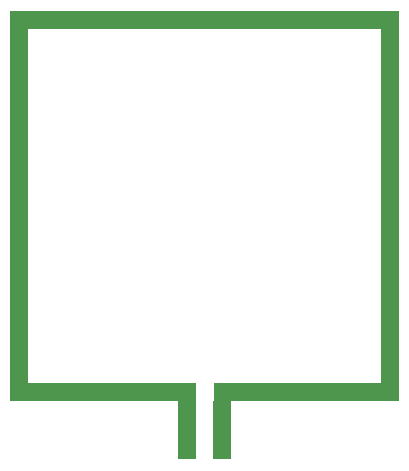
<source format=gbr>
G04 ===== Begin FILE IDENTIFICATION =====*
G04 File Format:  Gerber RS274X*
G04 ===== End FILE IDENTIFICATION =====*
%FSLAX24Y24*%
%MOIN*%
%SFA1.0000B1.0000*%
%OFA0.0B0.0*%
%ADD14R,0.058661X0.196850*%
%ADD15R,0.561417X0.058661*%
%ADD16R,0.561024X0.058661*%
%ADD17R,0.058661X1.239764*%
%ADD18R,1.239764X0.058661*%
%ADD19R,0.058661X1.298425*%
%LNcond*%
%IPPOS*%
%LPD*%
G75*
D14*
X7081Y-984D03*
D15*
X3394Y293D03*
D14*
X5907Y-984D03*
D16*
X9593Y293D03*
D17*
X12691Y6199D03*
D18*
X6785Y12691D03*
D19*
X293Y6492D03*
M02*


</source>
